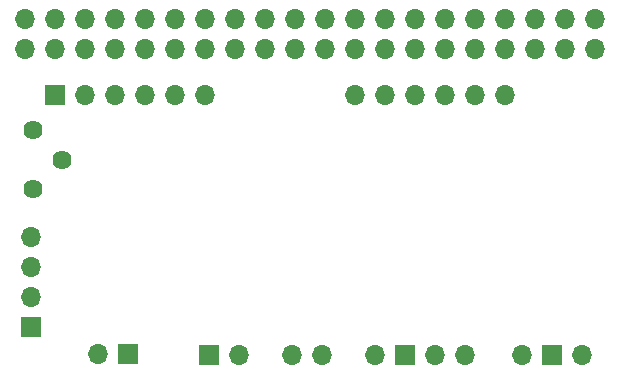
<source format=gbs>
%TF.GenerationSoftware,KiCad,Pcbnew,7.0.1*%
%TF.CreationDate,2023-07-06T22:47:11-05:00*%
%TF.ProjectId,squishbox1,73717569-7368-4626-9f78-312e6b696361,rev?*%
%TF.SameCoordinates,Original*%
%TF.FileFunction,Soldermask,Bot*%
%TF.FilePolarity,Negative*%
%FSLAX46Y46*%
G04 Gerber Fmt 4.6, Leading zero omitted, Abs format (unit mm)*
G04 Created by KiCad (PCBNEW 7.0.1) date 2023-07-06 22:47:11*
%MOMM*%
%LPD*%
G01*
G04 APERTURE LIST*
%ADD10R,1.700000X1.700000*%
%ADD11O,1.700000X1.700000*%
%ADD12C,1.620000*%
G04 APERTURE END LIST*
D10*
%TO.C,U2*%
X91000000Y-56000000D03*
D11*
X93540000Y-56000000D03*
X96080000Y-56000000D03*
X98620000Y-56000000D03*
X101160000Y-56000000D03*
X103700000Y-56000000D03*
X116400000Y-56000000D03*
X118940000Y-56000000D03*
X121480000Y-56000000D03*
X124020000Y-56000000D03*
X126560000Y-56000000D03*
X129100000Y-56000000D03*
%TD*%
D10*
%TO.C,D1*%
X104000000Y-78000000D03*
D11*
X106540000Y-78000000D03*
%TD*%
%TO.C,S1*%
X111069200Y-78000000D03*
X113609200Y-78000000D03*
%TD*%
%TO.C,J3*%
X118120000Y-78000000D03*
D10*
X120660000Y-78000000D03*
D11*
X123200000Y-78000000D03*
X125740000Y-78000000D03*
%TD*%
%TO.C,J2*%
X135585200Y-77978000D03*
D10*
X133045200Y-77978000D03*
D11*
X130505200Y-77978000D03*
%TD*%
D10*
%TO.C,J4*%
X97180400Y-77901800D03*
D11*
X94640400Y-77901800D03*
%TD*%
%TO.C,J1*%
X88440000Y-52070000D03*
X88440000Y-49530000D03*
X90980000Y-52070000D03*
X90980000Y-49530000D03*
X93520000Y-52070000D03*
X93520000Y-49530000D03*
X96060000Y-52070000D03*
X96060000Y-49530000D03*
X98600000Y-52070000D03*
X98600000Y-49530000D03*
X101140000Y-52070000D03*
X101140000Y-49530000D03*
X103680000Y-52070000D03*
X103680000Y-49530000D03*
X106220000Y-52070000D03*
X106220000Y-49530000D03*
X108760000Y-52070000D03*
X108760000Y-49530000D03*
X111300000Y-52070000D03*
X111300000Y-49530000D03*
X113840000Y-52070000D03*
X113840000Y-49530000D03*
X116380000Y-52070000D03*
X116380000Y-49530000D03*
X118920000Y-52070000D03*
X118920000Y-49530000D03*
X121460000Y-52070000D03*
X121460000Y-49530000D03*
X124000000Y-52070000D03*
X124000000Y-49530000D03*
X126540000Y-52070000D03*
X126540000Y-49530000D03*
X129080000Y-52070000D03*
X129080000Y-49530000D03*
X131620000Y-52070000D03*
X131620000Y-49530000D03*
X134160000Y-52070000D03*
X134160000Y-49530000D03*
X136700000Y-52070000D03*
X136700000Y-49530000D03*
%TD*%
%TO.C,J5*%
X89001600Y-67995800D03*
X89001600Y-70535800D03*
X89001600Y-73075800D03*
D10*
X89001600Y-75615800D03*
%TD*%
D12*
%TO.C,RV1*%
X89099000Y-63968000D03*
X91599000Y-61468000D03*
X89099000Y-58968000D03*
%TD*%
M02*

</source>
